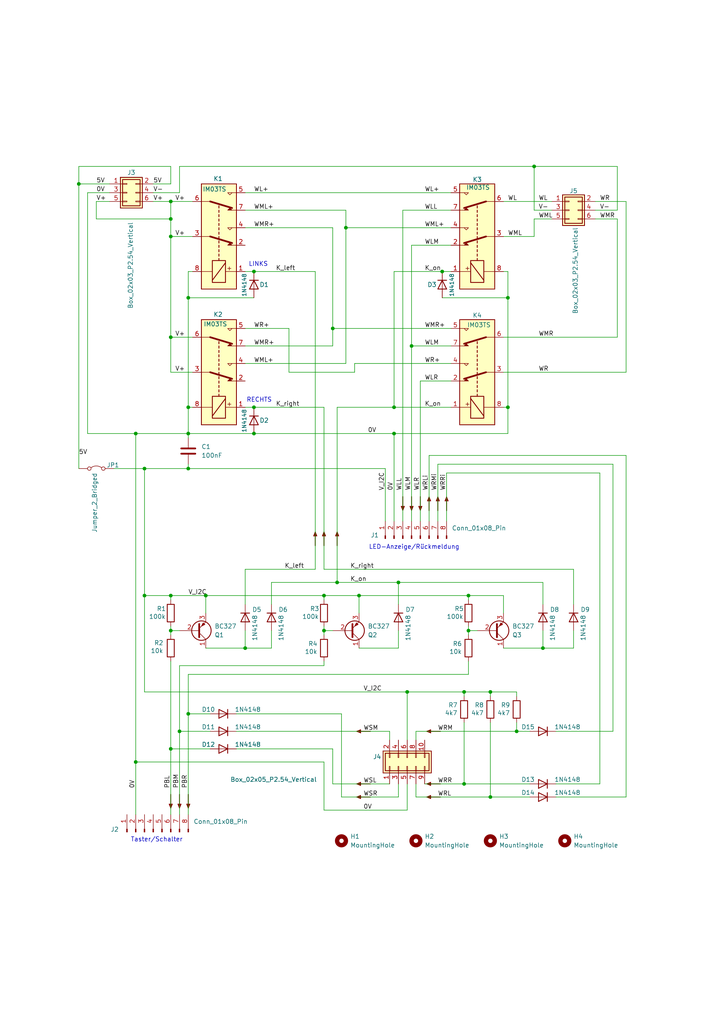
<source format=kicad_sch>
(kicad_sch (version 20231120) (generator "eeschema") (generator_version "8.0")
  (paper "A4" portrait)
  (title_block (date "2024-10-21"))
  (lib_symbols
    (symbol "Connector:Conn_01x08_Pin" (pin_names (offset 1.016) hide)
      (property "Reference" "J" (at 0 10.16 0))
      (property "Value" "Conn_01x08_Pin" (at 0 -12.7 0))
      (symbol "Conn_01x08_Pin_1_1"
        (polyline (pts (xy 1.27 -10.16) (xy 0.8636 -10.16)) (stroke (width 0.1524)))
        (polyline (pts (xy 1.27 -7.62) (xy 0.8636 -7.62)) (stroke (width 0.1524)))
        (polyline (pts (xy 1.27 -5.08) (xy 0.8636 -5.08)) (stroke (width 0.1524)))
        (polyline (pts (xy 1.27 -2.54) (xy 0.8636 -2.54)) (stroke (width 0.1524)))
        (polyline (pts (xy 1.27 0) (xy 0.8636 0)) (stroke (width 0.1524)))
        (polyline (pts (xy 1.27 2.54) (xy 0.8636 2.54)) (stroke (width 0.1524)))
        (polyline (pts (xy 1.27 5.08) (xy 0.8636 5.08)) (stroke (width 0.1524)))
        (polyline (pts (xy 1.27 7.62) (xy 0.8636 7.62)) (stroke (width 0.1524)))
        (rectangle (start 0.8636 -10.033) (end 0 -10.287) (stroke (width 0.1524)) (fill (type outline)))
        (rectangle (start 0.8636 -7.493) (end 0 -7.747) (stroke (width 0.1524)) (fill (type outline)))
        (rectangle (start 0.8636 -4.953) (end 0 -5.207) (stroke (width 0.1524)) (fill (type outline)))
        (rectangle (start 0.8636 -2.413) (end 0 -2.667) (stroke (width 0.1524)) (fill (type outline)))
        (rectangle (start 0.8636 0.127) (end 0 -0.127) (stroke (width 0.1524)) (fill (type outline)))
        (rectangle (start 0.8636 2.667) (end 0 2.413) (stroke (width 0.1524)) (fill (type outline)))
        (rectangle (start 0.8636 5.207) (end 0 4.953) (stroke (width 0.1524)) (fill (type outline)))
        (rectangle (start 0.8636 7.747) (end 0 7.493) (stroke (width 0.1524)) (fill (type outline)))
        (pin passive line (at 5.08 7.62 180) (length 3.81) (name "Pin_1") (number "1"))
        (pin passive line (at 5.08 5.08 180) (length 3.81) (name "Pin_2") (number "2"))
        (pin passive line (at 5.08 2.54 180) (length 3.81) (name "Pin_3") (number "3"))
        (pin passive line (at 5.08 0 180) (length 3.81) (name "Pin_4") (number "4"))
        (pin passive line (at 5.08 -2.54 180) (length 3.81) (name "Pin_5") (number "5"))
        (pin passive line (at 5.08 -5.08 180) (length 3.81) (name "Pin_6") (number "6"))
        (pin passive line (at 5.08 -7.62 180) (length 3.81) (name "Pin_7") (number "7"))
        (pin passive line (at 5.08 -10.16 180) (length 3.81) (name "Pin_8") (number "8"))
      )
    )
    (symbol "Device:C" (pin_numbers hide) (pin_names (offset 0.254))
      (property "Reference" "C" (at 0.635 2.54 0))
      (property "Value" "C" (at 0.635 -2.54 0))
      (symbol "C_0_1"
        (polyline (pts (xy -2.032 -0.762) (xy 2.032 -0.762)) (stroke (width 0.508)))
        (polyline (pts (xy -2.032 0.762) (xy 2.032 0.762)) (stroke (width 0.508)))
      )
      (symbol "C_1_1"
        (pin passive line (at 0 3.81 270) (length 2.794) (name "~") (number "1"))
        (pin passive line (at 0 -3.81 90) (length 2.794) (name "~") (number "2"))
      )
    )
    (symbol "Device:R" (pin_numbers hide) (pin_names (offset 0))
      (property "Reference" "R" (at 2.032 0 90))
      (property "Value" "R" (at 0 0 90))
      (symbol "R_0_1"
        (rectangle (start -1.016 -2.54) (end 1.016 2.54) (stroke (width 0.254)))
      )
      (symbol "R_1_1"
        (pin passive line (at 0 3.81 270) (length 1.27) (name "~") (number "1"))
        (pin passive line (at 0 -3.81 90) (length 1.27) (name "~") (number "2"))
      )
    )
    (symbol "Diode:1N4148" (pin_numbers hide) (pin_names hide)
      (property "Reference" "D" (at 0 2.54 0))
      (property "Value" "1N4148" (at 0 -2.54 0))
      (symbol "1N4148_0_1"
        (polyline (pts (xy -1.27 1.27) (xy -1.27 -1.27)) (stroke (width 0.254)))
        (polyline (pts (xy 1.27 0) (xy -1.27 0)))
        (polyline (pts (xy 1.27 1.27) (xy 1.27 -1.27) (xy -1.27 0) (xy 1.27 1.27)) (stroke (width 0.254)))
      )
      (symbol "1N4148_1_1"
        (pin passive line (at -3.81 0 0) (length 2.54) (name "K") (number "1"))
        (pin passive line (at 3.81 0 180) (length 2.54) (name "A") (number "2"))
      )
    )
    (symbol "Graphic:SYM_Arrow_Small" (in_bom no) (on_board no)
      (symbol "SYM_Arrow_Small_0_1"
        (polyline (pts (xy 1.524 0) (xy -2.032 0)) (stroke (width 0.254)))
        (polyline (pts (xy 2.032 0) (xy 0.762 -0.508) (xy 0.762 0.508) (xy 2.032 0)) (fill (type outline)))
      )
    )
    (symbol "Jumper:Jumper_2_Bridged" (pin_numbers hide) (pin_names (offset 0) hide) (exclude_from_sim yes)
      (property "Reference" "JP" (at 0 1.905 0))
      (property "Value" "Jumper_2_Bridged" (at 0 -2.54 0))
      (symbol "Jumper_2_Bridged_0_0"
        (circle (center -2.032 0) (radius 0.508))
        (circle (center 2.032 0) (radius 0.508))
      )
      (symbol "Jumper_2_Bridged_0_1"
        (arc (start 1.524 0.254) (mid 0 0.762) (end -1.524 0.254))
      )
      (symbol "Jumper_2_Bridged_1_1"
        (pin passive line (at -5.08 0 0) (length 2.54) (name "A") (number "1"))
        (pin passive line (at 5.08 0 180) (length 2.54) (name "B") (number "2"))
      )
    )
    (symbol "Relay:IM03"
      (property "Reference" "K" (at 16.51 3.81 0))
      (property "Value" "IM03" (at 16.51 1.27 0))
      (symbol "IM03_0_0"
        (text "+" (at -9.271 2.921 0) (effects (font (size 1.27 1.27))))
      )
      (symbol "IM03_0_1"
        (rectangle (start -15.24 5.08) (end 15.24 -5.08) (stroke (width 0.254)) (fill (type background)))
        (rectangle (start -13.335 1.905) (end -6.985 -1.905) (stroke (width 0.254)))
        (polyline (pts (xy -12.7 -1.905) (xy -7.62 1.905)) (stroke (width 0.254)))
        (polyline (pts (xy -10.16 -5.08) (xy -10.16 -1.905)))
        (polyline (pts (xy -10.16 5.08) (xy -10.16 1.905)))
        (polyline (pts (xy -6.985 0) (xy -6.35 0)) (stroke (width 0.254)))
        (polyline (pts (xy -5.715 0) (xy -5.08 0)) (stroke (width 0.254)))
        (polyline (pts (xy -4.445 0) (xy -3.81 0)) (stroke (width 0.254)))
        (polyline (pts (xy -3.175 0) (xy -2.54 0)) (stroke (width 0.254)))
        (polyline (pts (xy -1.905 0) (xy -1.27 0)) (stroke (width 0.254)))
        (polyline (pts (xy -0.635 0) (xy 0 0)) (stroke (width 0.254)))
        (polyline (pts (xy 0 -2.54) (xy -1.905 3.81)) (stroke (width 0.508)))
        (polyline (pts (xy 0 -2.54) (xy 0 -5.08)))
        (polyline (pts (xy 0.635 0) (xy 1.27 0)) (stroke (width 0.254)))
        (polyline (pts (xy 1.905 0) (xy 2.54 0)) (stroke (width 0.254)))
        (polyline (pts (xy 3.175 0) (xy 3.81 0)) (stroke (width 0.254)))
        (polyline (pts (xy 4.445 0) (xy 5.08 0)) (stroke (width 0.254)))
        (polyline (pts (xy 5.715 0) (xy 6.35 0)) (stroke (width 0.254)))
        (polyline (pts (xy 6.985 0) (xy 7.62 0)) (stroke (width 0.254)))
        (polyline (pts (xy 8.255 0) (xy 8.89 0)) (stroke (width 0.254)))
        (polyline (pts (xy 10.16 -2.54) (xy 8.255 3.81)) (stroke (width 0.508)))
        (polyline (pts (xy 10.16 -2.54) (xy 10.16 -5.08)))
        (polyline (pts (xy -2.54 5.08) (xy -2.54 2.54) (xy -1.905 3.175) (xy -2.54 3.81)) (fill (type outline)))
        (polyline (pts (xy 2.54 5.08) (xy 2.54 2.54) (xy 1.905 3.175) (xy 2.54 3.81)))
        (polyline (pts (xy 7.62 5.08) (xy 7.62 2.54) (xy 8.255 3.175) (xy 7.62 3.81)) (fill (type outline)))
        (polyline (pts (xy 12.7 5.08) (xy 12.7 2.54) (xy 12.065 3.175) (xy 12.7 3.81)))
      )
      (symbol "IM03_1_1"
        (pin passive line (at -10.16 7.62 270) (length 2.54) (name "~") (number "1"))
        (pin passive line (at -2.54 7.62 270) (length 2.54) (name "~") (number "2"))
        (pin passive line (at 0 -7.62 90) (length 2.54) (name "~") (number "3"))
        (pin passive line (at 2.54 7.62 270) (length 2.54) (name "~") (number "4"))
        (pin passive line (at 12.7 7.62 270) (length 2.54) (name "~") (number "5"))
        (pin passive line (at 10.16 -7.62 90) (length 2.54) (name "~") (number "6"))
        (pin passive line (at 7.62 7.62 270) (length 2.54) (name "~") (number "7"))
        (pin passive line (at -10.16 -7.62 90) (length 2.54) (name "~") (number "8"))
      )
    )
    (symbol "Transistor_BJT:BC327" (pin_names (offset 0) hide)
      (property "Reference" "Q" (at 5.08 1.905 0))
      (property "Value" "BC327" (at 5.08 0 0))
      (symbol "BC327_0_1"
        (polyline (pts (xy 0.635 0.635) (xy 2.54 2.54)))
        (polyline (pts (xy 0.635 -0.635) (xy 2.54 -2.54) (xy 2.54 -2.54)))
        (polyline (pts (xy 0.635 1.905) (xy 0.635 -1.905) (xy 0.635 -1.905)) (stroke (width 0.508)))
        (polyline (pts (xy 2.286 -1.778) (xy 1.778 -2.286) (xy 1.27 -1.27) (xy 2.286 -1.778) (xy 2.286 -1.778)) (fill (type outline)))
        (circle (center 1.27 0) (radius 2.8194) (stroke (width 0.254)))
      )
      (symbol "BC327_1_1"
        (pin passive line (at 2.54 5.08 270) (length 2.54) (name "C") (number "1"))
        (pin input line (at -5.08 0 0) (length 5.715) (name "B") (number "2"))
        (pin passive line (at 2.54 -5.08 90) (length 2.54) (name "E") (number "3"))
      )
    )
    (symbol "_kh_library:Box_02x03_P2.54_Vertical" (pin_names (offset 1.016) hide)
      (property "Reference" "J" (at 1.27 5.588 0))
      (property "Value" "Box_02x03_P2.54_Vertical" (at 1.27 -6.35 0))
      (symbol "Box_02x03_P2.54_Vertical_1_1"
        (rectangle (start -1.905 4.445) (end 4.445 -4.445) (stroke (width 0.254)) (fill (type background)))
        (rectangle (start -1.27 -2.413) (end 0 -2.667) (stroke (width 0.1524)))
        (rectangle (start -1.27 0.127) (end 0 -0.127) (stroke (width 0.1524)))
        (rectangle (start -1.27 2.667) (end 0 2.413) (stroke (width 0.1524)))
        (rectangle (start -1.27 3.81) (end 3.81 -3.81) (stroke (width 0.254)) (fill (type background)))
        (rectangle (start 3.81 -2.413) (end 2.54 -2.667) (stroke (width 0.1524)))
        (rectangle (start 3.81 0.127) (end 2.54 -0.127) (stroke (width 0.1524)))
        (rectangle (start 3.81 2.667) (end 2.54 2.413) (stroke (width 0.1524)))
        (pin passive line (at -5.08 2.54 0) (length 3.81) (name "Pin_1") (number "1"))
        (pin passive line (at 7.62 2.54 180) (length 3.81) (name "Pin_2") (number "2"))
        (pin passive line (at -5.08 0 0) (length 3.81) (name "Pin_3") (number "3"))
        (pin passive line (at 7.62 0 180) (length 3.81) (name "Pin_4") (number "4"))
        (pin passive line (at -5.08 -2.54 0) (length 3.81) (name "Pin_5") (number "5"))
        (pin passive line (at 7.62 -2.54 180) (length 3.81) (name "Pin_6") (number "6"))
      )
    )
    (symbol "_kh_library:Box_02x05_P2.54_Vertical" (pin_names (offset 1.016) hide)
      (property "Reference" "J" (at 1.27 5.588 0))
      (property "Value" "Box_02x05_P2.54_Vertical" (at 1.27 -11.176 0))
      (symbol "Box_02x05_P2.54_Vertical_1_1"
        (rectangle (start -1.905 4.445) (end 4.445 -9.525) (stroke (width 0.254)) (fill (type background)))
        (rectangle (start -1.27 -7.493) (end 0 -7.747) (stroke (width 0.1524)))
        (rectangle (start -1.27 -4.953) (end 0 -5.207) (stroke (width 0.1524)))
        (rectangle (start -1.27 -2.413) (end 0 -2.667) (stroke (width 0.1524)))
        (rectangle (start -1.27 0.127) (end 0 -0.127) (stroke (width 0.1524)))
        (rectangle (start -1.27 2.667) (end 0 2.413) (stroke (width 0.1524)))
        (rectangle (start -1.27 3.81) (end 3.81 -8.89) (stroke (width 0.254)) (fill (type background)))
        (rectangle (start 2.54 -7.493) (end 3.81 -7.747) (stroke (width 0.1524)))
        (rectangle (start 2.54 -4.953) (end 3.81 -5.207) (stroke (width 0.1524)))
        (rectangle (start 2.54 -2.413) (end 3.81 -2.667) (stroke (width 0.1524)))
        (rectangle (start 3.81 0.127) (end 2.54 -0.127) (stroke (width 0.1524)))
        (rectangle (start 3.81 2.667) (end 2.54 2.413) (stroke (width 0.1524)))
        (pin passive line (at -5.08 2.54 0) (length 3.81) (name "Pin_1") (number "1"))
        (pin passive line (at 7.62 -7.62 180) (length 3.81) (name "Pin_10") (number "10"))
        (pin passive line (at 7.62 2.54 180) (length 3.81) (name "Pin_2") (number "2"))
        (pin passive line (at -5.08 0 0) (length 3.81) (name "Pin_3") (number "3"))
        (pin passive line (at 7.62 0 180) (length 3.81) (name "Pin_4") (number "4"))
        (pin passive line (at -5.08 -2.54 0) (length 3.81) (name "Pin_5") (number "5"))
        (pin passive line (at 7.62 -2.54 180) (length 3.81) (name "Pin_6") (number "6"))
        (pin passive line (at -5.08 -5.08 0) (length 3.81) (name "Pin_7") (number "7"))
        (pin passive line (at 7.62 -5.08 180) (length 3.81) (name "Pin_8") (number "8"))
        (pin passive line (at -5.08 -7.62 0) (length 3.81) (name "Pin_9") (number "9"))
      )
    )
    (symbol "_kh_library:MountingHole" (pin_names (offset 1.016)) (exclude_from_sim yes) (in_bom no)
      (property "Reference" "H" (at 0 5.08 0))
      (property "Value" "MountingHole" (at 0 3.175 0))
      (symbol "MountingHole_0_1"
        (circle (center 0 0) (radius 1.27) (stroke (width 1.27)))
      )
    )
  )
  (junction (at 142.24 200.66))
  (junction (at 157.48 187.96))
  (junction (at 49.53 182.88))
  (junction (at 52.07 212.09))
  (junction (at 114.3 118.11))
  (junction (at 96.52 95.25))
  (junction (at 128.27 78.74))
  (junction (at 73.66 78.74))
  (junction (at 49.53 172.72))
  (junction (at 100.33 66.04))
  (junction (at 93.98 182.88))
  (junction (at 39.37 125.73))
  (junction (at 49.53 63.5))
  (junction (at 97.79 168.91))
  (junction (at 54.61 86.36))
  (junction (at 49.53 217.17))
  (junction (at 134.62 200.66))
  (junction (at 142.24 231.14))
  (junction (at 71.12 187.96))
  (junction (at 115.57 168.91))
  (junction (at 147.32 86.36))
  (junction (at 54.61 135.89))
  (junction (at 118.11 200.66))
  (junction (at 149.86 212.09))
  (junction (at 147.32 118.11))
  (junction (at 39.37 220.98))
  (junction (at 114.3 125.73))
  (junction (at 59.69 172.72))
  (junction (at 93.98 172.72))
  (junction (at 154.94 48.26))
  (junction (at 49.53 97.79))
  (junction (at 135.89 172.72))
  (junction (at 119.38 100.33))
  (junction (at 49.53 68.58))
  (junction (at 134.62 227.33))
  (junction (at 73.66 118.11))
  (junction (at 135.89 182.88))
  (junction (at 104.14 172.72))
  (junction (at 49.53 58.42))
  (junction (at 54.61 125.73))
  (junction (at 54.61 118.11))
  (junction (at 41.91 135.89))
  (junction (at 54.61 207.01))
  (junction (at 22.86 53.34))
  (junction (at 41.91 172.72))
  (junction (at 73.66 125.73))
  (wire (pts (xy 161.29 231.14) (xy 181.61 231.14)))
  (wire (pts (xy 54.61 78.74) (xy 55.88 78.74)))
  (wire (pts (xy 71.12 55.88) (xy 130.81 55.88)))
  (wire (pts (xy 71.12 175.26) (xy 71.12 165.1)))
  (wire (pts (xy 91.44 78.74) (xy 73.66 78.74)))
  (wire (pts (xy 100.33 66.04) (xy 130.81 66.04)))
  (wire (pts (xy 44.45 58.42) (xy 49.53 58.42)))
  (wire (pts (xy 104.14 187.96) (xy 115.57 187.96)))
  (wire (pts (xy 104.14 172.72) (xy 104.14 177.8)))
  (wire (pts (xy 54.61 207.01) (xy 60.96 207.01)))
  (wire (pts (xy 25.4 55.88) (xy 25.4 125.73)))
  (wire (pts (xy 71.12 100.33) (xy 96.52 100.33)))
  (wire (pts (xy 149.86 200.66) (xy 142.24 200.66)))
  (wire (pts (xy 115.57 231.14) (xy 99.06 231.14)))
  (wire (pts (xy 127 134.62) (xy 177.8 134.62)))
  (wire (pts (xy 102.87 107.95) (xy 102.87 105.41)))
  (wire (pts (xy 154.94 60.96) (xy 160.02 60.96)))
  (wire (pts (xy 78.74 168.91) (xy 97.79 168.91)))
  (wire (pts (xy 149.86 212.09) (xy 153.67 212.09)))
  (wire (pts (xy 41.91 172.72) (xy 49.53 172.72)))
  (wire (pts (xy 135.89 181.61) (xy 135.89 182.88)))
  (wire (pts (xy 120.65 231.14) (xy 120.65 227.33)))
  (wire (pts (xy 129.54 137.16) (xy 129.54 151.13)))
  (wire (pts (xy 123.19 227.33) (xy 134.62 227.33)))
  (wire (pts (xy 119.38 71.12) (xy 119.38 100.33)))
  (wire (pts (xy 83.82 107.95) (xy 102.87 107.95)))
  (wire (pts (xy 52.07 212.09) (xy 52.07 236.22)))
  (wire (pts (xy 49.53 63.5) (xy 49.53 68.58)))
  (wire (pts (xy 115.57 227.33) (xy 115.57 231.14)))
  (wire (pts (xy 99.06 231.14) (xy 99.06 207.01)))
  (wire (pts (xy 120.65 212.09) (xy 149.86 212.09)))
  (wire (pts (xy 39.37 236.22) (xy 39.37 220.98)))
  (wire (pts (xy 68.58 217.17) (xy 96.52 217.17)))
  (wire (pts (xy 71.12 182.88) (xy 71.12 187.96)))
  (wire (pts (xy 59.69 187.96) (xy 71.12 187.96)))
  (wire (pts (xy 49.53 97.79) (xy 49.53 107.95)))
  (wire (pts (xy 118.11 234.95) (xy 118.11 227.33)))
  (wire (pts (xy 25.4 55.88) (xy 31.75 55.88)))
  (wire (pts (xy 96.52 95.25) (xy 130.81 95.25)))
  (wire (pts (xy 49.53 48.26) (xy 22.86 48.26)))
  (wire (pts (xy 27.94 58.42) (xy 27.94 63.5)))
  (wire (pts (xy 173.99 137.16) (xy 173.99 227.33)))
  (wire (pts (xy 22.86 53.34) (xy 22.86 135.89)))
  (wire (pts (xy 71.12 60.96) (xy 100.33 60.96)))
  (wire (pts (xy 59.69 172.72) (xy 59.69 177.8)))
  (wire (pts (xy 68.58 212.09) (xy 113.03 212.09)))
  (wire (pts (xy 93.98 234.95) (xy 118.11 234.95)))
  (wire (pts (xy 49.53 107.95) (xy 55.88 107.95)))
  (wire (pts (xy 128.27 86.36) (xy 147.32 86.36)))
  (wire (pts (xy 115.57 182.88) (xy 115.57 187.96)))
  (wire (pts (xy 135.89 191.77) (xy 135.89 195.58)))
  (wire (pts (xy 49.53 58.42) (xy 55.88 58.42)))
  (wire (pts (xy 157.48 168.91) (xy 115.57 168.91)))
  (wire (pts (xy 100.33 105.41) (xy 71.12 105.41)))
  (wire (pts (xy 39.37 125.73) (xy 39.37 220.98)))
  (wire (pts (xy 52.07 212.09) (xy 60.96 212.09)))
  (wire (pts (xy 71.12 95.25) (xy 83.82 95.25)))
  (wire (pts (xy 116.84 60.96) (xy 116.84 151.13)))
  (wire (pts (xy 124.46 132.08) (xy 124.46 151.13)))
  (wire (pts (xy 27.94 63.5) (xy 49.53 63.5)))
  (wire (pts (xy 52.07 193.04) (xy 93.98 193.04)))
  (wire (pts (xy 100.33 66.04) (xy 100.33 105.41)))
  (wire (pts (xy 71.12 66.04) (xy 96.52 66.04)))
  (wire (pts (xy 181.61 132.08) (xy 181.61 231.14)))
  (wire (pts (xy 179.07 48.26) (xy 179.07 60.96)))
  (wire (pts (xy 146.05 107.95) (xy 181.61 107.95)))
  (wire (pts (xy 93.98 182.88) (xy 93.98 184.15)))
  (wire (pts (xy 172.72 60.96) (xy 179.07 60.96)))
  (wire (pts (xy 60.96 217.17) (xy 49.53 217.17)))
  (wire (pts (xy 142.24 200.66) (xy 134.62 200.66)))
  (wire (pts (xy 27.94 58.42) (xy 31.75 58.42)))
  (wire (pts (xy 41.91 135.89) (xy 54.61 135.89)))
  (wire (pts (xy 54.61 86.36) (xy 54.61 118.11)))
  (wire (pts (xy 166.37 187.96) (xy 166.37 182.88)))
  (wire (pts (xy 93.98 165.1) (xy 166.37 165.1)))
  (wire (pts (xy 135.89 182.88) (xy 138.43 182.88)))
  (wire (pts (xy 73.66 86.36) (xy 54.61 86.36)))
  (wire (pts (xy 118.11 200.66) (xy 118.11 214.63)))
  (wire (pts (xy 93.98 220.98) (xy 93.98 234.95)))
  (wire (pts (xy 119.38 71.12) (xy 130.81 71.12)))
  (wire (pts (xy 93.98 172.72) (xy 104.14 172.72)))
  (wire (pts (xy 135.89 182.88) (xy 135.89 184.15)))
  (wire (pts (xy 96.52 66.04) (xy 96.52 95.25)))
  (wire (pts (xy 157.48 187.96) (xy 166.37 187.96)))
  (wire (pts (xy 93.98 182.88) (xy 96.52 182.88)))
  (wire (pts (xy 49.53 172.72) (xy 49.53 173.99)))
  (wire (pts (xy 96.52 227.33) (xy 113.03 227.33)))
  (wire (pts (xy 157.48 175.26) (xy 157.48 168.91)))
  (wire (pts (xy 54.61 127) (xy 54.61 125.73)))
  (wire (pts (xy 93.98 181.61) (xy 93.98 182.88)))
  (wire (pts (xy 41.91 200.66) (xy 118.11 200.66)))
  (wire (pts (xy 154.94 48.26) (xy 179.07 48.26)))
  (wire (pts (xy 128.27 78.74) (xy 114.3 78.74)))
  (wire (pts (xy 97.79 118.11) (xy 114.3 118.11)))
  (wire (pts (xy 73.66 118.11) (xy 93.98 118.11)))
  (wire (pts (xy 166.37 175.26) (xy 166.37 165.1)))
  (wire (pts (xy 146.05 172.72) (xy 146.05 177.8)))
  (wire (pts (xy 146.05 97.79) (xy 179.07 97.79)))
  (wire (pts (xy 111.76 135.89) (xy 111.76 151.13)))
  (wire (pts (xy 97.79 118.11) (xy 97.79 168.91)))
  (wire (pts (xy 114.3 78.74) (xy 114.3 118.11)))
  (wire (pts (xy 44.45 55.88) (xy 52.07 55.88)))
  (wire (pts (xy 147.32 78.74) (xy 146.05 78.74)))
  (wire (pts (xy 39.37 220.98) (xy 93.98 220.98)))
  (wire (pts (xy 49.53 191.77) (xy 49.53 217.17)))
  (wire (pts (xy 154.94 48.26) (xy 154.94 60.96)))
  (wire (pts (xy 161.29 212.09) (xy 177.8 212.09)))
  (wire (pts (xy 177.8 134.62) (xy 177.8 212.09)))
  (wire (pts (xy 71.12 165.1) (xy 91.44 165.1)))
  (wire (pts (xy 54.61 125.73) (xy 73.66 125.73)))
  (wire (pts (xy 54.61 195.58) (xy 54.61 207.01)))
  (wire (pts (xy 96.52 100.33) (xy 96.52 95.25)))
  (wire (pts (xy 157.48 182.88) (xy 157.48 187.96)))
  (wire (pts (xy 135.89 172.72) (xy 104.14 172.72)))
  (wire (pts (xy 73.66 125.73) (xy 114.3 125.73)))
  (wire (pts (xy 179.07 63.5) (xy 179.07 97.79)))
  (wire (pts (xy 161.29 227.33) (xy 173.99 227.33)))
  (wire (pts (xy 142.24 231.14) (xy 153.67 231.14)))
  (wire (pts (xy 119.38 100.33) (xy 130.81 100.33)))
  (wire (pts (xy 49.53 97.79) (xy 55.88 97.79)))
  (wire (pts (xy 54.61 118.11) (xy 55.88 118.11)))
  (wire (pts (xy 129.54 137.16) (xy 173.99 137.16)))
  (wire (pts (xy 116.84 60.96) (xy 130.81 60.96)))
  (wire (pts (xy 54.61 135.89) (xy 111.76 135.89)))
  (wire (pts (xy 124.46 132.08) (xy 181.61 132.08)))
  (wire (pts (xy 149.86 209.55) (xy 149.86 212.09)))
  (wire (pts (xy 135.89 172.72) (xy 146.05 172.72)))
  (wire (pts (xy 68.58 207.01) (xy 99.06 207.01)))
  (wire (pts (xy 93.98 118.11) (xy 93.98 165.1)))
  (wire (pts (xy 93.98 172.72) (xy 59.69 172.72)))
  (wire (pts (xy 93.98 172.72) (xy 93.98 173.99)))
  (wire (pts (xy 49.53 58.42) (xy 49.53 63.5)))
  (wire (pts (xy 160.02 63.5) (xy 154.94 63.5)))
  (wire (pts (xy 78.74 175.26) (xy 78.74 168.91)))
  (wire (pts (xy 142.24 209.55) (xy 142.24 231.14)))
  (wire (pts (xy 49.53 181.61) (xy 49.53 182.88)))
  (wire (pts (xy 71.12 187.96) (xy 78.74 187.96)))
  (wire (pts (xy 147.32 118.11) (xy 146.05 118.11)))
  (wire (pts (xy 130.81 110.49) (xy 121.92 110.49)))
  (wire (pts (xy 172.72 63.5) (xy 179.07 63.5)))
  (wire (pts (xy 120.65 212.09) (xy 120.65 214.63)))
  (wire (pts (xy 120.65 231.14) (xy 142.24 231.14)))
  (wire (pts (xy 114.3 125.73) (xy 147.32 125.73)))
  (wire (pts (xy 52.07 193.04) (xy 52.07 212.09)))
  (wire (pts (xy 134.62 227.33) (xy 153.67 227.33)))
  (wire (pts (xy 49.53 182.88) (xy 52.07 182.88)))
  (wire (pts (xy 49.53 68.58) (xy 55.88 68.58)))
  (wire (pts (xy 73.66 118.11) (xy 71.12 118.11)))
  (wire (pts (xy 114.3 118.11) (xy 130.81 118.11)))
  (wire (pts (xy 100.33 60.96) (xy 100.33 66.04)))
  (wire (pts (xy 52.07 48.26) (xy 52.07 55.88)))
  (wire (pts (xy 54.61 125.73) (xy 54.61 118.11)))
  (wire (pts (xy 96.52 217.17) (xy 96.52 227.33)))
  (wire (pts (xy 113.03 212.09) (xy 113.03 214.63)))
  (wire (pts (xy 22.86 53.34) (xy 31.75 53.34)))
  (wire (pts (xy 146.05 68.58) (xy 154.94 68.58)))
  (wire (pts (xy 128.27 78.74) (xy 130.81 78.74)))
  (wire (pts (xy 78.74 187.96) (xy 78.74 182.88)))
  (wire (pts (xy 49.53 53.34) (xy 49.53 48.26)))
  (wire (pts (xy 22.86 48.26) (xy 22.86 53.34)))
  (wire (pts (xy 127 134.62) (xy 127 151.13)))
  (wire (pts (xy 49.53 182.88) (xy 49.53 184.15)))
  (wire (pts (xy 135.89 172.72) (xy 135.89 173.99)))
  (wire (pts (xy 134.62 209.55) (xy 134.62 227.33)))
  (wire (pts (xy 39.37 125.73) (xy 54.61 125.73)))
  (wire (pts (xy 25.4 125.73) (xy 39.37 125.73)))
  (wire (pts (xy 181.61 58.42) (xy 181.61 107.95)))
  (wire (pts (xy 172.72 58.42) (xy 181.61 58.42)))
  (wire (pts (xy 73.66 78.74) (xy 71.12 78.74)))
  (wire (pts (xy 102.87 105.41) (xy 130.81 105.41)))
  (wire (pts (xy 54.61 207.01) (xy 54.61 236.22)))
  (wire (pts (xy 49.53 217.17) (xy 49.53 236.22)))
  (wire (pts (xy 41.91 172.72) (xy 41.91 200.66)))
  (wire (pts (xy 114.3 125.73) (xy 114.3 151.13)))
  (wire (pts (xy 93.98 193.04) (xy 93.98 191.77)))
  (wire (pts (xy 146.05 58.42) (xy 160.02 58.42)))
  (wire (pts (xy 147.32 86.36) (xy 147.32 78.74)))
  (wire (pts (xy 44.45 53.34) (xy 49.53 53.34)))
  (wire (pts (xy 134.62 200.66) (xy 134.62 201.93)))
  (wire (pts (xy 149.86 201.93) (xy 149.86 200.66)))
  (wire (pts (xy 154.94 48.26) (xy 52.07 48.26)))
  (wire (pts (xy 121.92 110.49) (xy 121.92 151.13)))
  (wire (pts (xy 97.79 168.91) (xy 115.57 168.91)))
  (wire (pts (xy 142.24 200.66) (xy 142.24 201.93)))
  (wire (pts (xy 83.82 95.25) (xy 83.82 107.95)))
  (wire (pts (xy 147.32 86.36) (xy 147.32 118.11)))
  (wire (pts (xy 41.91 135.89) (xy 41.91 172.72)))
  (wire (pts (xy 135.89 195.58) (xy 54.61 195.58)))
  (wire (pts (xy 33.02 135.89) (xy 41.91 135.89)))
  (wire (pts (xy 115.57 168.91) (xy 115.57 175.26)))
  (wire (pts (xy 154.94 63.5) (xy 154.94 68.58)))
  (wire (pts (xy 119.38 100.33) (xy 119.38 151.13)))
  (wire (pts (xy 91.44 78.74) (xy 91.44 165.1)))
  (wire (pts (xy 49.53 68.58) (xy 49.53 97.79)))
  (wire (pts (xy 118.11 200.66) (xy 134.62 200.66)))
  (wire (pts (xy 54.61 86.36) (xy 54.61 78.74)))
  (wire (pts (xy 54.61 134.62) (xy 54.61 135.89)))
  (wire (pts (xy 49.53 172.72) (xy 59.69 172.72)))
  (wire (pts (xy 146.05 187.96) (xy 157.48 187.96)))
  (wire (pts (xy 147.32 125.73) (xy 147.32 118.11)))
  (text "LINKS" (at 74.93 76.708 0) (effects (font (size 1.27 1.27))))
  (text "RECHTS" (at 75.184 116.078 0) (effects (font (size 1.27 1.27))))
  (text "Taster/Schalter" (at 45.466 243.586 0) (effects (font (size 1.27 1.27))))
  (text "LED-Anzeige/Rückmeldung" (at 120.142 158.75 0) (effects (font (size 1.27 1.27))))
  (label "WLL" (at 123.19 60.96 0))
  (label "0V" (at 27.94 55.88 0))
  (label "WMR+" (at 73.66 66.04 0))
  (label "V+" (at 50.8 68.58 0))
  (label "WRL" (at 127 231.14 0))
  (label "K_on" (at 123.19 118.11 0))
  (label "V_I2C" (at 111.76 142.24 90))
  (label "PBL" (at 49.53 228.6 90))
  (label "0V" (at 39.37 228.6 90))
  (label "WLR" (at 123.19 110.49 0))
  (label "PBM" (at 52.07 228.6 90))
  (label "WMR" (at 173.99 63.5 0))
  (label "0V" (at 114.3 142.24 90))
  (label "WR" (at 173.99 58.42 0))
  (label "WMR+" (at 73.66 100.33 0))
  (label "K_right" (at 101.6 165.1 0))
  (label "WML" (at 156.21 63.5 0))
  (label "V+" (at 50.8 97.79 0))
  (label "WRM" (at 127 212.09 0))
  (label "V+" (at 50.8 58.42 0))
  (label "WML" (at 147.32 68.58 0))
  (label "WLL" (at 116.84 142.24 90))
  (label "5V" (at 22.86 132.08 0))
  (label "WSM" (at 105.41 212.09 0))
  (label "0V" (at 105.41 234.95 0))
  (label "K_on" (at 123.19 78.74 0))
  (label "WL" (at 147.32 58.42 0))
  (label "5V" (at 27.94 53.34 0))
  (label "V-" (at 173.99 60.96 0))
  (label "WL+" (at 123.19 55.88 0))
  (label "V_I2C" (at 105.41 200.66 0))
  (label "K_left" (at 82.55 165.1 0))
  (label "WML+" (at 123.19 66.04 0))
  (label "WL+" (at 73.66 55.88 0))
  (label "K_left" (at 80.01 78.74 0))
  (label "WL" (at 156.21 58.42 0))
  (label "V-" (at 156.21 60.96 0))
  (label "WLR" (at 121.92 142.24 90))
  (label "WSL" (at 105.41 227.33 0))
  (label "K_right" (at 80.01 118.11 0))
  (label "WR+" (at 73.66 95.25 0))
  (label "V+" (at 44.45 58.42 0))
  (label "0V" (at 106.68 125.73 0))
  (label "WR" (at 156.21 107.95 0))
  (label "WSR" (at 105.41 231.14 0))
  (label "5V" (at 44.45 53.34 0))
  (label "WMR" (at 156.21 97.79 0))
  (label "PBR" (at 54.61 228.6 90))
  (label "WML+" (at 73.66 105.41 0))
  (label "WRMi" (at 127 142.24 90))
  (label "V_I2C" (at 54.61 172.72 0))
  (label "V-" (at 44.45 55.88 0))
  (label "WMR+" (at 123.19 95.25 0))
  (label "WRR" (at 127 227.33 0))
  (label "WR+" (at 123.19 105.41 0))
  (label "WLM" (at 123.19 100.33 0))
  (label "WRLi" (at 124.46 142.24 90))
  (label "WRRi" (at 129.54 142.24 90))
  (label "V+" (at 27.94 58.42 0))
  (label "K_on" (at 101.6 168.91 0))
  (label "WML+" (at 73.66 60.96 0))
  (label "WLM" (at 119.38 142.24 90))
  (label "WLM" (at 123.19 71.12 0))
  (label "V+" (at 50.8 107.95 0))
  (symbol (lib_id "Device:C") (at 54.61 130.81 0) (unit 1)
    (property "Reference" "C1" (at 58.42 129.5399 0) (effects (justify left)))
    (property "Value" "100nF" (at 58.42 132.0799 0) (effects (justify left)))
    (property "Footprint" "_kh_library:C_Rect_L7.0mm_W2.0mm_P5.00mm_kh" (effects (hide yes)))
    (property "Description" "Unpolarized capacitor" (effects (hide yes)))
  )
  (symbol (lib_id "_kh_library:MountingHole") (at 142.24 243.84 0) (unit 1) (exclude_from_sim yes) (in_bom no)
    (property "Reference" "H3" (at 144.78 242.5699 0) (effects (justify left)))
    (property "Value" "MountingHole" (at 144.78 245.1099 0) (effects (justify left)))
    (property "Footprint" "_kh_library:MountingHole_2.2mm_M2_Pad_TopBottom_kh" (effects (hide yes)))
    (property "Description" "Mounting Hole without connection" (effects (hide yes)))
  )
  (symbol (lib_id "Device:R") (at 135.89 177.8 0) (unit 1)
    (property "Reference" "R5" (at 131.826 176.53 0) (effects (justify left)))
    (property "Value" "100k" (at 129.54 178.816 0) (effects (justify left)))
    (property "Footprint" "Resistor_THT:R_Axial_DIN0204_L3.6mm_D1.6mm_P2.54mm_Vertical" (effects (hide yes)))
  )
  (symbol (lib_id "Graphic:SYM_Arrow_Small") (at 52.07 232.41 270) (unit 1) (exclude_from_sim yes) (in_bom no) (on_board no)
    (property "Reference" "#SYM14" (effects (hide yes)))
    (property "Value" "SYM_Arrow_Small" (effects (hide yes)))
    (property "Description" "Filled arrow, 160mil" (effects (hide yes)))
  )
  (symbol (lib_id "Graphic:SYM_Arrow_Small") (at 49.53 232.41 270) (unit 1) (exclude_from_sim yes) (in_bom no) (on_board no)
    (property "Reference" "#SYM13" (effects (hide yes)))
    (property "Value" "SYM_Arrow_Small" (effects (hide yes)))
    (property "Description" "Filled arrow, 160mil" (effects (hide yes)))
  )
  (symbol (lib_id "Diode:1N4148") (at 78.74 179.07 270) (unit 1)
    (property "Reference" "D6" (at 80.772 176.784 90) (effects (justify left)))
    (property "Value" "1N4148" (at 81.534 178.308 0) (effects (justify left)))
    (property "Footprint" "_kh_library:D_DO-35_SOD27_P2.54mm_Vertical_AnodeUp_kh" (effects (hide yes)))
    (property "Datasheet" "https://assets.nexperia.com/documents/data-sheet/1N4148_1N4448.pdf" (effects (hide yes)))
    (property "Description" "100V 0.15A standard switching diode, DO-35" (effects (hide yes)))
    (property "Sim.Device" "D" (effects (hide yes)))
    (property "Sim.Pins" "1=K 2=A" (effects (hide yes)))
  )
  (symbol (lib_id "Diode:1N4148") (at 71.12 179.07 270) (unit 1)
    (property "Reference" "D5" (at 73.152 176.784 90) (effects (justify left)))
    (property "Value" "1N4148" (at 73.914 178.308 0) (effects (justify left)))
    (property "Footprint" "_kh_library:D_DO-35_SOD27_P2.54mm_Vertical_AnodeUp_kh" (effects (hide yes)))
    (property "Datasheet" "https://assets.nexperia.com/documents/data-sheet/1N4148_1N4448.pdf" (effects (hide yes)))
    (property "Description" "100V 0.15A standard switching diode, DO-35" (effects (hide yes)))
    (property "Sim.Device" "D" (effects (hide yes)))
    (property "Sim.Pins" "1=K 2=A" (effects (hide yes)))
  )
  (symbol (lib_id "Transistor_BJT:BC327") (at 101.6 182.88 0) (mirror x) (unit 1)
    (property "Reference" "Q2" (at 106.68 184.1501 0) (effects (justify left)))
    (property "Value" "BC327" (at 106.68 181.6101 0) (effects (justify left)))
    (property "Footprint" "_kh_library:TO-92_Inline_Wide_custom" (effects (hide yes)))
    (property "Datasheet" "http://www.onsemi.com/pub_link/Collateral/BC327-D.PDF" (effects (hide yes)))
    (property "Description" "0.8A Ic, 45V Vce, PNP Transistor, TO-92" (effects (hide yes)))
  )
  (symbol (lib_id "_kh_library:Box_02x03_P2.54_Vertical") (at 165.1 60.96 0) (unit 1)
    (property "Reference" "J5" (at 166.37 55.372 0))
    (property "Value" "Box_02x03_P2.54_Vertical" (at 166.878 78.486 90))
    (property "Footprint" "_kh_library:Box_02x03_P2.54mm_Vertical_kh" (effects (hide yes)))
    (property "Description" "Box Header connector, double row, 02x03, odd/even pin numbering scheme" (effects (hide yes)))
  )
  (symbol (lib_id "Connector:Conn_01x08_Pin") (at 119.38 156.21 90) (unit 1)
    (property "Reference" "J1" (at 108.712 155.194 90))
    (property "Value" "Conn_01x08_Pin" (at 138.938 153.162 90))
    (property "Footprint" "_kh_library:PinHeader_1x08_P2.54mm_Vertical_kh" (effects (hide yes)))
    (property "Description" "Generic connector, single row, 01x08, script generated" (effects (hide yes)))
  )
  (symbol (lib_id "Graphic:SYM_Arrow_Small") (at 124.46 146.05 90) (unit 1) (exclude_from_sim yes) (in_bom no) (on_board no)
    (property "Reference" "#SYM4" (effects (hide yes)))
    (property "Value" "SYM_Arrow_Small" (effects (hide yes)))
    (property "Description" "Filled arrow, 160mil" (effects (hide yes)))
  )
  (symbol (lib_id "Transistor_BJT:BC327") (at 57.15 182.88 0) (mirror x) (unit 1)
    (property "Reference" "Q1" (at 62.23 184.1501 0) (effects (justify left)))
    (property "Value" "BC327" (at 62.23 181.6101 0) (effects (justify left)))
    (property "Footprint" "_kh_library:TO-92_Inline_Wide_custom" (effects (hide yes)))
    (property "Datasheet" "http://www.onsemi.com/pub_link/Collateral/BC327-D.PDF" (effects (hide yes)))
    (property "Description" "0.8A Ic, 45V Vce, PNP Transistor, TO-92" (effects (hide yes)))
  )
  (symbol (lib_id "Graphic:SYM_Arrow_Small") (at 119.38 146.05 270) (unit 1) (exclude_from_sim yes) (in_bom no) (on_board no)
    (property "Reference" "#SYM2" (effects (hide yes)))
    (property "Value" "SYM_Arrow_Small" (effects (hide yes)))
    (property "Description" "Filled arrow, 160mil" (effects (hide yes)))
  )
  (symbol (lib_id "Device:R") (at 142.24 205.74 0) (unit 1)
    (property "Reference" "R8" (at 137.668 204.47 0) (effects (justify left)))
    (property "Value" "4k7" (at 136.652 206.756 0) (effects (justify left)))
    (property "Footprint" "_kh_library:R_Axial_P1.778mm_Vertical_kh" (effects (hide yes)))
  )
  (symbol (lib_id "Diode:1N4148") (at 157.48 227.33 180) (unit 1)
    (property "Reference" "D13" (at 153.162 226.06 0))
    (property "Value" "1N4148" (at 164.592 226.06 0))
    (property "Footprint" "_kh_library:D_DO-35_P2.0mm_Vertical_AnodeUp_kh" (effects (hide yes)))
    (property "Datasheet" "https://assets.nexperia.com/documents/data-sheet/1N4148_1N4448.pdf" (effects (hide yes)))
    (property "Description" "100V 0.15A standard switching diode, DO-35" (effects (hide yes)))
    (property "Sim.Device" "D" (effects (hide yes)))
    (property "Sim.Pins" "1=K 2=A" (effects (hide yes)))
  )
  (symbol (lib_id "Graphic:SYM_Arrow_Small") (at 129.54 146.05 90) (unit 1) (exclude_from_sim yes) (in_bom no) (on_board no)
    (property "Reference" "#SYM6" (effects (hide yes)))
    (property "Value" "SYM_Arrow_Small" (effects (hide yes)))
    (property "Description" "Filled arrow, 160mil" (effects (hide yes)))
  )
  (symbol (lib_id "Diode:1N4148") (at 64.77 212.09 180) (unit 1)
    (property "Reference" "D11" (at 60.452 210.82 0))
    (property "Value" "1N4148" (at 71.882 210.82 0))
    (property "Footprint" "_kh_library:D_DO-35_P2.0mm_Vertical_AnodeUp_kh" (effects (hide yes)))
    (property "Datasheet" "https://assets.nexperia.com/documents/data-sheet/1N4148_1N4448.pdf" (effects (hide yes)))
    (property "Description" "100V 0.15A standard switching diode, DO-35" (effects (hide yes)))
    (property "Sim.Device" "D" (effects (hide yes)))
    (property "Sim.Pins" "1=K 2=A" (effects (hide yes)))
  )
  (symbol (lib_id "Device:R") (at 93.98 177.8 0) (unit 1)
    (property "Reference" "R3" (at 89.916 176.53 0) (effects (justify left)))
    (property "Value" "100k" (at 87.63 178.816 0) (effects (justify left)))
    (property "Footprint" "Resistor_THT:R_Axial_DIN0204_L3.6mm_D1.6mm_P2.54mm_Vertical" (effects (hide yes)))
  )
  (symbol (lib_id "Jumper:Jumper_2_Bridged") (at 27.94 135.89 0) (unit 1) (exclude_from_sim yes)
    (property "Reference" "JP1" (at 32.766 134.874 0))
    (property "Value" "Jumper_2_Bridged" (at 27.432 145.796 90))
    (property "Footprint" "Jumper:SolderJumper-2_P1.3mm_Bridged_Pad1.0x1.5mm" (effects (hide yes)))
    (property "Description" "Jumper, 2-pole, closed/bridged" (effects (hide yes)))
  )
  (symbol (lib_id "Graphic:SYM_Arrow_Small") (at 91.44 156.21 90) (unit 1) (exclude_from_sim yes) (in_bom no) (on_board no)
    (property "Reference" "#SYM16" (effects (hide yes)))
    (property "Value" "SYM_Arrow_Small" (effects (hide yes)))
    (property "Description" "Filled arrow, 160mil" (effects (hide yes)))
  )
  (symbol (lib_id "Device:R") (at 135.89 187.96 0) (unit 1)
    (property "Reference" "R6" (at 131.318 186.69 0) (effects (justify left)))
    (property "Value" "10k" (at 130.302 188.976 0) (effects (justify left)))
    (property "Footprint" "Resistor_THT:R_Axial_DIN0204_L3.6mm_D1.6mm_P2.54mm_Vertical" (effects (hide yes)))
  )
  (symbol (lib_id "_kh_library:MountingHole") (at 163.83 243.84 0) (unit 1) (exclude_from_sim yes) (in_bom no)
    (property "Reference" "H4" (at 166.37 242.5699 0) (effects (justify left)))
    (property "Value" "MountingHole" (at 166.37 245.1099 0) (effects (justify left)))
    (property "Footprint" "_kh_library:MountingHole_2.2mm_M2_Pad_TopBottom_kh" (effects (hide yes)))
    (property "Description" "Mounting Hole without connection" (effects (hide yes)))
  )
  (symbol (lib_id "Device:R") (at 149.86 205.74 0) (unit 1)
    (property "Reference" "R9" (at 145.288 204.47 0) (effects (justify left)))
    (property "Value" "4k7" (at 144.272 206.756 0) (effects (justify left)))
    (property "Footprint" "_kh_library:R_Axial_P1.778mm_Vertical_kh" (effects (hide yes)))
  )
  (symbol (lib_id "Diode:1N4148") (at 73.66 121.92 90) (mirror x) (unit 1)
    (property "Reference" "D2" (at 77.978 121.92 90) (effects (justify left)))
    (property "Value" "1N4148" (at 70.866 118.618 0) (effects (font (size 1.143 1.143)) (justify left)))
    (property "Footprint" "_kh_library:D_DO-35_SOD27_P2.54mm_Vertical_AnodeUp_kh" (effects (hide yes)))
    (property "Datasheet" "https://assets.nexperia.com/documents/data-sheet/1N4148_1N4448.pdf" (effects (hide yes)))
    (property "Description" "100V 0.15A standard switching diode, DO-35" (effects (hide yes)))
    (property "Sim.Device" "D" (effects (hide yes)))
    (property "Sim.Pins" "1=K 2=A" (effects (hide yes)))
  )
  (symbol (lib_id "Relay:IM03") (at 63.5 107.95 270) (mirror x) (unit 1)
    (property "Reference" "K2" (at 63.246 91.186 90))
    (property "Value" "IM03TS" (at 62.484 93.98 90))
    (property "Footprint" "_kh_library:Relay_DPDT_AXICOM_IMSeries_Pitch5.08mm_rect_Pins" (effects (hide yes)))
    (property "Datasheet" "http://www.te.com/commerce/DocumentDelivery/DDEController?Action=srchrtrv&DocNm=108-98001&DocType=SS&DocLang=EN" (effects (hide yes)))
    (property "Description" "IM Relay, standard version, monostable, switching current 2/5A, power 60W/62.5VA, voltage 220VDC/250VAC" (effects (hide yes)))
  )
  (symbol (lib_id "_kh_library:Box_02x03_P2.54_Vertical") (at 36.83 55.88 0) (unit 1)
    (property "Reference" "J3" (at 38.1 50.038 0))
    (property "Value" "Box_02x03_P2.54_Vertical" (at 37.846 76.962 90))
    (property "Footprint" "_kh_library:Box_02x03_P2.54mm_Vertical_kh" (effects (hide yes)))
    (property "Description" "Box Header connector, double row, 02x03, odd/even pin numbering scheme" (effects (hide yes)))
  )
  (symbol (lib_id "Transistor_BJT:BC327") (at 143.51 182.88 0) (mirror x) (unit 1)
    (property "Reference" "Q3" (at 148.59 184.1501 0) (effects (justify left)))
    (property "Value" "BC327" (at 148.59 181.6101 0) (effects (justify left)))
    (property "Footprint" "_kh_library:TO-92_Inline_Wide_custom" (effects (hide yes)))
    (property "Datasheet" "http://www.onsemi.com/pub_link/Collateral/BC327-D.PDF" (effects (hide yes)))
    (property "Description" "0.8A Ic, 45V Vce, PNP Transistor, TO-92" (effects (hide yes)))
  )
  (symbol (lib_id "Diode:1N4148") (at 128.27 82.55 270) (unit 1)
    (property "Reference" "D3" (at 123.952 82.55 90) (effects (justify left)))
    (property "Value" "1N4148" (at 131.064 79.248 0) (effects (font (size 1.143 1.143)) (justify left)))
    (property "Footprint" "_kh_library:D_DO-35_SOD27_P2.54mm_Vertical_AnodeUp_kh" (effects (hide yes)))
    (property "Datasheet" "https://assets.nexperia.com/documents/data-sheet/1N4148_1N4448.pdf" (effects (hide yes)))
    (property "Description" "100V 0.15A standard switching diode, DO-35" (effects (hide yes)))
    (property "Sim.Device" "D" (effects (hide yes)))
    (property "Sim.Pins" "1=K 2=A" (effects (hide yes)))
  )
  (symbol (lib_id "Diode:1N4148") (at 157.48 179.07 270) (unit 1)
    (property "Reference" "D8" (at 159.512 176.784 90) (effects (justify left)))
    (property "Value" "1N4148" (at 160.274 178.308 0) (effects (justify left)))
    (property "Footprint" "_kh_library:D_DO-35_SOD27_P2.54mm_Vertical_AnodeUp_kh" (effects (hide yes)))
    (property "Datasheet" "https://assets.nexperia.com/documents/data-sheet/1N4148_1N4448.pdf" (effects (hide yes)))
    (property "Description" "100V 0.15A standard switching diode, DO-35" (effects (hide yes)))
    (property "Sim.Device" "D" (effects (hide yes)))
    (property "Sim.Pins" "1=K 2=A" (effects (hide yes)))
  )
  (symbol (lib_id "Graphic:SYM_Arrow_Small") (at 54.61 232.41 270) (unit 1) (exclude_from_sim yes) (in_bom no) (on_board no)
    (property "Reference" "#SYM15" (effects (hide yes)))
    (property "Value" "SYM_Arrow_Small" (effects (hide yes)))
    (property "Description" "Filled arrow, 160mil" (effects (hide yes)))
  )
  (symbol (lib_id "Graphic:SYM_Arrow_Small") (at 105.41 212.09 180) (unit 1) (exclude_from_sim yes) (in_bom no) (on_board no)
    (property "Reference" "#SYM12" (effects (hide yes)))
    (property "Value" "SYM_Arrow_Small" (effects (hide yes)))
    (property "Description" "Filled arrow, 160mil" (effects (hide yes)))
  )
  (symbol (lib_id "Diode:1N4148") (at 64.77 217.17 180) (unit 1)
    (property "Reference" "D12" (at 60.452 215.9 0))
    (property "Value" "1N4148" (at 71.882 215.9 0))
    (property "Footprint" "_kh_library:D_DO-35_P2.0mm_Vertical_AnodeUp_kh" (effects (hide yes)))
    (property "Datasheet" "https://assets.nexperia.com/documents/data-sheet/1N4148_1N4448.pdf" (effects (hide yes)))
    (property "Description" "100V 0.15A standard switching diode, DO-35" (effects (hide yes)))
    (property "Sim.Device" "D" (effects (hide yes)))
    (property "Sim.Pins" "1=K 2=A" (effects (hide yes)))
  )
  (symbol (lib_id "Diode:1N4148") (at 166.37 179.07 270) (unit 1)
    (property "Reference" "D9" (at 168.402 176.784 90) (effects (justify left)))
    (property "Value" "1N4148" (at 169.164 178.308 0) (effects (justify left)))
    (property "Footprint" "_kh_library:D_DO-35_SOD27_P2.54mm_Vertical_AnodeUp_kh" (effects (hide yes)))
    (property "Datasheet" "https://assets.nexperia.com/documents/data-sheet/1N4148_1N4448.pdf" (effects (hide yes)))
    (property "Description" "100V 0.15A standard switching diode, DO-35" (effects (hide yes)))
    (property "Sim.Device" "D" (effects (hide yes)))
    (property "Sim.Pins" "1=K 2=A" (effects (hide yes)))
  )
  (symbol (lib_id "_kh_library:MountingHole") (at 120.65 243.84 0) (unit 1) (exclude_from_sim yes) (in_bom no)
    (property "Reference" "H2" (at 123.19 242.5699 0) (effects (justify left)))
    (property "Value" "MountingHole" (at 123.19 245.1099 0) (effects (justify left)))
    (property "Footprint" "_kh_library:MountingHole_2.2mm_M2_Pad_TopBottom_kh" (effects (hide yes)))
    (property "Description" "Mounting Hole without connection" (effects (hide yes)))
  )
  (symbol (lib_id "Device:R") (at 49.53 177.8 0) (unit 1)
    (property "Reference" "R1" (at 45.466 176.53 0) (effects (justify left)))
    (property "Value" "100k" (at 43.18 178.816 0) (effects (justify left)))
    (property "Footprint" "Resistor_THT:R_Axial_DIN0204_L3.6mm_D1.6mm_P2.54mm_Vertical" (effects (hide yes)))
  )
  (symbol (lib_id "Diode:1N4148") (at 64.77 207.01 180) (unit 1)
    (property "Reference" "D10" (at 60.452 205.74 0))
    (property "Value" "1N4148" (at 71.882 205.74 0))
    (property "Footprint" "_kh_library:D_DO-35_SOD27_P2.54mm_Vertical_AnodeUp_kh" (effects (hide yes)))
    (property "Datasheet" "https://assets.nexperia.com/documents/data-sheet/1N4148_1N4448.pdf" (effects (hide yes)))
    (property "Description" "100V 0.15A standard switching diode, DO-35" (effects (hide yes)))
    (property "Sim.Device" "D" (effects (hide yes)))
    (property "Sim.Pins" "1=K 2=A" (effects (hide yes)))
  )
  (symbol (lib_id "_kh_library:MountingHole") (at 99.06 243.84 0) (unit 1) (exclude_from_sim yes) (in_bom no)
    (property "Reference" "H1" (at 101.6 242.5699 0) (effects (justify left)))
    (property "Value" "MountingHole" (at 101.6 245.1099 0) (effects (justify left)))
    (property "Footprint" "_kh_library:MountingHole_2.2mm_M2_Pad_TopBottom_kh" (effects (hide yes)))
    (property "Description" "Mounting Hole without connection" (effects (hide yes)))
  )
  (symbol (lib_id "Device:R") (at 134.62 205.74 0) (unit 1)
    (property "Reference" "R7" (at 130.048 204.47 0) (effects (justify left)))
    (property "Value" "4k7" (at 129.032 206.756 0) (effects (justify left)))
    (property "Footprint" "_kh_library:R_Axial_P1.778mm_Vertical_kh" (effects (hide yes)))
  )
  (symbol (lib_id "Relay:IM03") (at 63.5 68.58 270) (mirror x) (unit 1)
    (property "Reference" "K1" (at 63.246 51.816 90))
    (property "Value" "IM03TS" (at 62.23 54.864 90))
    (property "Footprint" "_kh_library:Relay_DPDT_AXICOM_IMSeries_Pitch5.08mm_rect_Pins" (effects (hide yes)))
    (property "Datasheet" "http://www.te.com/commerce/DocumentDelivery/DDEController?Action=srchrtrv&DocNm=108-98001&DocType=SS&DocLang=EN" (effects (hide yes)))
    (property "Description" "IM Relay, standard version, monostable, switching current 2/5A, power 60W/62.5VA, voltage 220VDC/250VAC" (effects (hide yes)))
  )
  (symbol (lib_id "Relay:IM03") (at 138.43 68.58 90) (unit 1)
    (property "Reference" "K3" (at 138.43 52.07 90))
    (property "Value" "IM03TS" (at 138.684 54.356 90))
    (property "Footprint" "_kh_library:Relay_DPDT_AXICOM_IMSeries_Pitch5.08mm_rect_Pins" (effects (hide yes)))
    (property "Datasheet" "http://www.te.com/commerce/DocumentDelivery/DDEController?Action=srchrtrv&DocNm=108-98001&DocType=SS&DocLang=EN" (effects (hide yes)))
    (property "Description" "IM Relay, standard version, monostable, switching current 2/5A, power 60W/62.5VA, voltage 220VDC/250VAC" (effects (hide yes)))
  )
  (symbol (lib_id "Graphic:SYM_Arrow_Small") (at 93.98 156.21 90) (unit 1) (exclude_from_sim yes) (in_bom no) (on_board no)
    (property "Reference" "#SYM17" (effects (hide yes)))
    (property "Value" "SYM_Arrow_Small" (effects (hide yes)))
    (property "Description" "Filled arrow, 160mil" (effects (hide yes)))
  )
  (symbol (lib_id "Connector:Conn_01x08_Pin") (at 44.45 241.3 90) (unit 1)
    (property "Reference" "J2" (at 33.274 240.538 90))
    (property "Value" "Conn_01x08_Pin" (at 64.008 238.252 90))
    (property "Footprint" "_kh_library:PinHeader_1x08_P2.54mm_Vertical_kh" (effects (hide yes)))
    (property "Description" "Generic connector, single row, 01x08, script generated" (effects (hide yes)))
  )
  (symbol (lib_id "Graphic:SYM_Arrow_Small") (at 125.73 227.33 180) (unit 1) (exclude_from_sim yes) (in_bom no) (on_board no)
    (property "Reference" "#SYM8" (effects (hide yes)))
    (property "Value" "SYM_Arrow_Small" (effects (hide yes)))
    (property "Description" "Filled arrow, 160mil" (effects (hide yes)))
  )
  (symbol (lib_id "Graphic:SYM_Arrow_Small") (at 125.73 212.09 180) (unit 1) (exclude_from_sim yes) (in_bom no) (on_board no)
    (property "Reference" "#SYM7" (effects (hide yes)))
    (property "Value" "SYM_Arrow_Small" (effects (hide yes)))
    (property "Description" "Filled arrow, 160mil" (effects (hide yes)))
  )
  (symbol (lib_id "Graphic:SYM_Arrow_Small") (at 127 146.05 90) (unit 1) (exclude_from_sim yes) (in_bom no) (on_board no)
    (property "Reference" "#SYM5" (effects (hide yes)))
    (property "Value" "SYM_Arrow_Small" (effects (hide yes)))
    (property "Description" "Filled arrow, 160mil" (effects (hide yes)))
  )
  (symbol (lib_id "Graphic:SYM_Arrow_Small") (at 121.92 146.05 270) (unit 1) (exclude_from_sim yes) (in_bom no) (on_board no)
    (property "Reference" "#SYM3" (effects (hide yes)))
    (property "Value" "SYM_Arrow_Small" (effects (hide yes)))
    (property "Description" "Filled arrow, 160mil" (effects (hide yes)))
  )
  (symbol (lib_id "_kh_library:Box_02x05_P2.54_Vertical") (at 115.57 222.25 90) (unit 1)
    (property "Reference" "J4" (at 108.204 219.456 90) (effects (justify right)))
    (property "Value" "Box_02x05_P2.54_Vertical" (at 66.802 226.06 90) (effects (justify right)))
    (property "Footprint" "_kh_library:Box_02x05_P2.54mm_Vertical_kh" (effects (hide yes)))
    (property "Description" "Box Header connector, double row, 02x05, odd/even pin numbering scheme" (effects (hide yes)))
  )
  (symbol (lib_id "Graphic:SYM_Arrow_Small") (at 125.73 231.14 180) (unit 1) (exclude_from_sim yes) (in_bom no) (on_board no)
    (property "Reference" "#SYM9" (effects (hide yes)))
    (property "Value" "SYM_Arrow_Small" (effects (hide yes)))
    (property "Description" "Filled arrow, 160mil" (effects (hide yes)))
  )
  (symbol (lib_id "Graphic:SYM_Arrow_Small") (at 97.79 156.21 90) (unit 1) (exclude_from_sim yes) (in_bom no) (on_board no)
    (property "Reference" "#SYM18" (effects (hide yes)))
    (property "Value" "SYM_Arrow_Small" (effects (hide yes)))
    (property "Description" "Filled arrow, 160mil" (effects (hide yes)))
  )
  (symbol (lib_id "Device:R") (at 93.98 187.96 0) (unit 1)
    (property "Reference" "R4" (at 89.408 186.69 0) (effects (justify left)))
    (property "Value" "10k" (at 88.392 188.976 0) (effects (justify left)))
    (property "Footprint" "Resistor_THT:R_Axial_DIN0204_L3.6mm_D1.6mm_P2.54mm_Vertical" (effects (hide yes)))
  )
  (symbol (lib_id "Graphic:SYM_Arrow_Small") (at 105.41 231.14 180) (unit 1) (exclude_from_sim yes) (in_bom no) (on_board no)
    (property "Reference" "#SYM10" (effects (hide yes)))
    (property "Value" "SYM_Arrow_Small" (effects (hide yes)))
    (property "Description" "Filled arrow, 160mil" (effects (hide yes)))
  )
  (symbol (lib_id "Graphic:SYM_Arrow_Small") (at 105.41 227.33 180) (unit 1) (exclude_from_sim yes) (in_bom no) (on_board no)
    (property "Reference" "#SYM11" (effects (hide yes)))
    (property "Value" "SYM_Arrow_Small" (effects (hide yes)))
    (property "Description" "Filled arrow, 160mil" (effects (hide yes)))
  )
  (symbol (lib_id "Diode:1N4148") (at 115.57 179.07 270) (unit 1)
    (property "Reference" "D7" (at 117.602 176.784 90) (effects (justify left)))
    (property "Value" "1N4148" (at 118.364 178.308 0) (effects (justify left)))
    (property "Footprint" "_kh_library:D_DO-35_SOD27_P2.54mm_Vertical_AnodeUp_kh" (effects (hide yes)))
    (property "Datasheet" "https://assets.nexperia.com/documents/data-sheet/1N4148_1N4448.pdf" (effects (hide yes)))
    (property "Description" "100V 0.15A standard switching diode, DO-35" (effects (hide yes)))
    (property "Sim.Device" "D" (effects (hide yes)))
    (property "Sim.Pins" "1=K 2=A" (effects (hide yes)))
  )
  (symbol (lib_id "Diode:1N4148") (at 157.48 212.09 180) (unit 1)
    (property "Reference" "D15" (at 153.162 210.82 0))
    (property "Value" "1N4148" (at 164.592 210.82 0))
    (property "Footprint" "_kh_library:D_DO-35_P2.0mm_Vertical_AnodeUp_kh" (effects (hide yes)))
    (property "Datasheet" "https://assets.nexperia.com/documents/data-sheet/1N4148_1N4448.pdf" (effects (hide yes)))
    (property "Description" "100V 0.15A standard switching diode, DO-35" (effects (hide yes)))
    (property "Sim.Device" "D" (effects (hide yes)))
    (property "Sim.Pins" "1=K 2=A" (effects (hide yes)))
  )
  (symbol (lib_id "Diode:1N4148") (at 73.66 82.55 90) (mirror x) (unit 1)
    (property "Reference" "D1" (at 77.978 82.55 90) (effects (justify left)))
    (property "Value" "1N4148" (at 70.866 79.248 0) (effects (font (size 1.143 1.143)) (justify left)))
    (property "Footprint" "_kh_library:D_DO-35_SOD27_P2.54mm_Vertical_AnodeUp_kh" (effects (hide yes)))
    (property "Datasheet" "https://assets.nexperia.com/documents/data-sheet/1N4148_1N4448.pdf" (effects (hide yes)))
    (property "Description" "100V 0.15A standard switching diode, DO-35" (effects (hide yes)))
    (property "Sim.Device" "D" (effects (hide yes)))
    (property "Sim.Pins" "1=K 2=A" (effects (hide yes)))
  )
  (symbol (lib_id "Device:R") (at 49.53 187.96 0) (unit 1)
    (property "Reference" "R2" (at 44.704 186.436 0) (effects (justify left)))
    (property "Value" "10k" (at 43.688 188.722 0) (effects (justify left)))
    (property "Footprint" "Resistor_THT:R_Axial_DIN0204_L3.6mm_D1.6mm_P2.54mm_Vertical" (effects (hide yes)))
  )
  (symbol (lib_id "Relay:IM03") (at 138.43 107.95 90) (unit 1)
    (property "Reference" "K4" (at 138.43 91.44 90))
    (property "Value" "IM03TS" (at 138.938 94.234 90))
    (property "Footprint" "_kh_library:Relay_DPDT_AXICOM_IMSeries_Pitch5.08mm_rect_Pins" (effects (hide yes)))
    (property "Datasheet" "http://www.te.com/commerce/DocumentDelivery/DDEController?Action=srchrtrv&DocNm=108-98001&DocType=SS&DocLang=EN" (effects (hide yes)))
    (property "Description" "IM Relay, standard version, monostable, switching current 2/5A, power 60W/62.5VA, voltage 220VDC/250VAC" (effects (hide yes)))
  )
  (symbol (lib_id "Graphic:SYM_Arrow_Small") (at 116.84 146.05 270) (unit 1) (exclude_from_sim yes) (in_bom no) (on_board no)
    (property "Reference" "#SYM1" (effects (hide yes)))
    (property "Value" "SYM_Arrow_Small" (effects (hide yes)))
    (property "Description" "Filled arrow, 160mil" (effects (hide yes)))
  )
  (symbol (lib_id "Diode:1N4148") (at 157.48 231.14 180) (unit 1)
    (property "Reference" "D14" (at 153.162 229.87 0))
    (property "Value" "1N4148" (at 164.592 229.87 0))
    (property "Footprint" "_kh_library:D_DO-35_P2.0mm_Vertical_AnodeUp_kh" (effects (hide yes)))
    (property "Datasheet" "https://assets.nexperia.com/documents/data-sheet/1N4148_1N4448.pdf" (effects (hide yes)))
    (property "Description" "100V 0.15A standard switching diode, DO-35" (effects (hide yes)))
    (property "Sim.Device" "D" (effects (hide yes)))
    (property "Sim.Pins" "1=K 2=A" (effects (hide yes)))
  )
)
</source>
